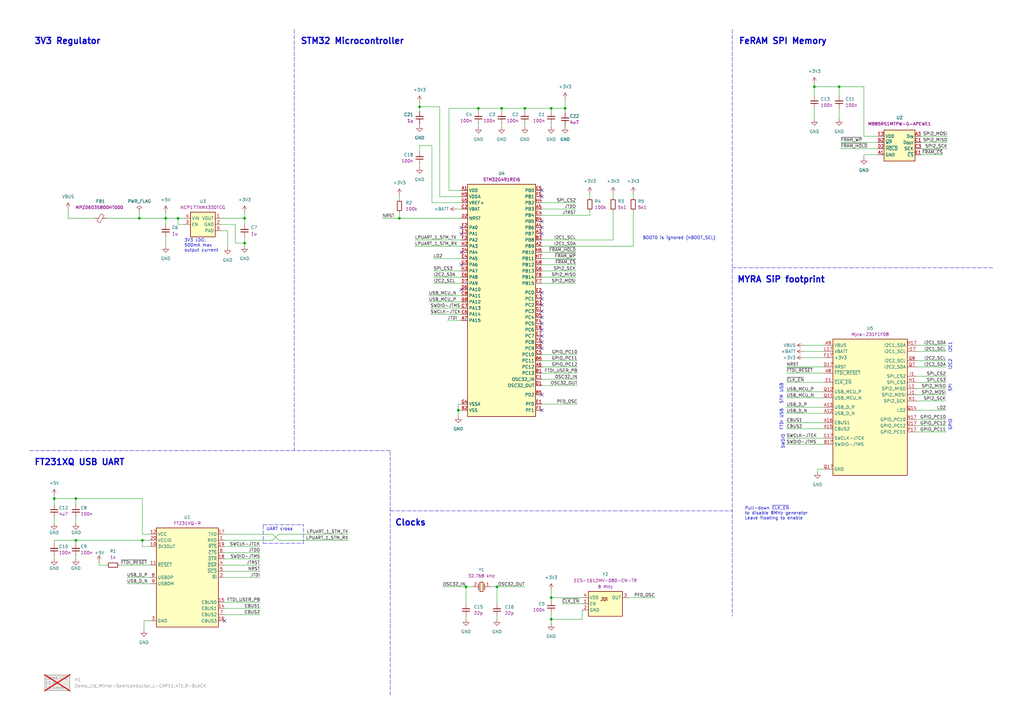
<source format=kicad_sch>
(kicad_sch (version 20230121) (generator eeschema)
  (paper "A3")
  (title_block (title "MYRA SiP") (date "2024-06-24") (rev "1.0.0") (company "Antmicro Ltd") (comment 1 "www.antmicro.com"))
  (junction (at 191.135 240.665))
  (junction (at 57.15 89.535))
  (junction (at 73.025 89.535))
  (junction (at 31.115 221.615))
  (junction (at 215.265 44.45))
  (junction (at 22.225 204.47))
  (junction (at 58.42 221.615))
  (junction (at 100.33 99.695))
  (junction (at 226.06 44.45))
  (junction (at 67.945 89.535))
  (junction (at 226.06 254))
  (junction (at 100.33 89.535))
  (junction (at 231.775 44.45))
  (junction (at 344.17 35.56))
  (junction (at 196.215 44.45))
  (junction (at 205.74 44.45))
  (junction (at 31.115 204.47))
  (junction (at 334.01 35.56))
  (junction (at 163.83 89.535))
  (junction (at 203.835 240.665))
  (junction (at 172.085 43.815))
  (junction (at 226.06 245.11))
  (junction (at 187.96 168.275))
  (no_connect (at 222.25 168.275))
  (no_connect (at 189.23 93.345))
  (no_connect (at 222.25 132.715))
  (no_connect (at 92.075 254.635))
  (no_connect (at 222.25 142.875))
  (no_connect (at 222.25 127.635))
  (no_connect (at 222.25 90.805))
  (no_connect (at 222.25 122.555))
  (no_connect (at 222.25 120.015))
  (no_connect (at 222.25 93.345))
  (no_connect (at 222.25 78.105))
  (no_connect (at 222.25 80.645))
  (no_connect (at 222.25 130.175))
  (no_connect (at 189.23 118.745))
  (no_connect (at 222.25 135.255))
  (no_connect (at 189.23 95.885))
  (no_connect (at 222.25 125.095))
  (no_connect (at 222.25 140.335))
  (no_connect (at 222.25 161.925))
  (no_connect (at 222.25 95.885))
  (no_connect (at 189.23 103.505))
  (no_connect (at 222.25 137.795))
  (no_connect (at 189.23 108.585))
  (wire (pts (xy 111.76 219.075) (xy 114.3 221.615)))
  (wire (pts (xy 329.565 144.145) (xy 337.82 144.145)))
  (wire (pts (xy 27.94 89.535) (xy 38.735 89.535)))
  (wire (pts (xy 236.22 106.045) (xy 222.25 106.045)))
  (wire (pts (xy 196.215 44.45) (xy 196.215 45.72)))
  (polyline (pts (xy 160.02 209.55) (xy 300.355 209.55)) (stroke (width 0) (type dash)))
  (wire (pts (xy 203.835 254) (xy 203.835 252.73)))
  (wire (pts (xy 184.15 44.45) (xy 184.15 78.105)))
  (wire (pts (xy 175.895 123.825) (xy 189.23 123.825)))
  (wire (pts (xy 187.96 165.735) (xy 189.23 165.735)))
  (wire (pts (xy 90.805 89.535) (xy 100.33 89.535)))
  (wire (pts (xy 106.68 252.095) (xy 92.075 252.095)))
  (wire (pts (xy 241.935 81.28) (xy 241.935 79.375)))
  (wire (pts (xy 226.06 44.45) (xy 226.06 45.72)))
  (wire (pts (xy 92.075 219.075) (xy 111.76 219.075)))
  (wire (pts (xy 59.055 254.635) (xy 59.055 258.445)))
  (wire (pts (xy 377.825 63.5) (xy 386.715 63.5)))
  (wire (pts (xy 222.25 100.965) (xy 259.715 100.965)))
  (wire (pts (xy 387.985 156.845) (xy 375.92 156.845)))
  (wire (pts (xy 100.33 97.155) (xy 100.33 99.695)))
  (wire (pts (xy 354.33 55.88) (xy 360.045 55.88)))
  (wire (pts (xy 334.01 34.29) (xy 334.01 35.56)))
  (polyline (pts (xy 12.065 184.785) (xy 160.02 184.785)) (stroke (width 0) (type dash)))
  (wire (pts (xy 236.855 150.495) (xy 222.25 150.495)))
  (wire (pts (xy 205.74 44.45) (xy 205.74 45.72)))
  (wire (pts (xy 322.58 153.035) (xy 337.82 153.035)))
  (wire (pts (xy 22.225 212.09) (xy 22.225 214.63)))
  (wire (pts (xy 259.715 79.375) (xy 259.715 81.28)))
  (wire (pts (xy 196.215 50.8) (xy 196.215 52.07)))
  (wire (pts (xy 22.225 227.965) (xy 22.225 229.235)))
  (wire (pts (xy 222.25 103.505) (xy 236.22 103.505)))
  (wire (pts (xy 387.985 164.465) (xy 375.92 164.465)))
  (wire (pts (xy 203.835 240.665) (xy 215.265 240.665)))
  (wire (pts (xy 67.945 89.535) (xy 67.945 92.075)))
  (wire (pts (xy 335.28 192.405) (xy 335.28 193.675)))
  (wire (pts (xy 226.06 245.11) (xy 226.06 246.38)))
  (wire (pts (xy 203.835 240.665) (xy 203.835 247.65)))
  (wire (pts (xy 251.46 79.375) (xy 251.46 81.28)))
  (wire (pts (xy 226.06 251.46) (xy 226.06 254)))
  (wire (pts (xy 67.945 86.995) (xy 67.945 89.535)))
  (wire (pts (xy 354.33 55.88) (xy 354.33 35.56)))
  (wire (pts (xy 92.075 229.235) (xy 106.68 229.235)))
  (wire (pts (xy 222.25 155.575) (xy 236.855 155.575)))
  (wire (pts (xy 189.23 168.275) (xy 187.96 168.275)))
  (wire (pts (xy 22.225 203.2) (xy 22.225 204.47)))
  (wire (pts (xy 387.985 161.925) (xy 375.92 161.925)))
  (wire (pts (xy 241.935 88.265) (xy 241.935 86.36)))
  (wire (pts (xy 73.025 89.535) (xy 75.565 89.535)))
  (wire (pts (xy 322.58 167.005) (xy 337.82 167.005)))
  (wire (pts (xy 222.25 158.115) (xy 236.855 158.115)))
  (wire (pts (xy 27.94 85.725) (xy 27.94 89.535)))
  (wire (pts (xy 31.115 221.615) (xy 58.42 221.615)))
  (wire (pts (xy 377.825 55.88) (xy 388.62 55.88)))
  (wire (pts (xy 375.92 150.495) (xy 387.985 150.495)))
  (wire (pts (xy 387.985 159.385) (xy 375.92 159.385)))
  (wire (pts (xy 114.3 219.075) (xy 142.875 219.075)))
  (wire (pts (xy 48.895 231.775) (xy 61.595 231.775)))
  (wire (pts (xy 344.17 35.56) (xy 344.17 39.37)))
  (wire (pts (xy 58.42 221.615) (xy 61.595 221.615)))
  (wire (pts (xy 322.58 182.245) (xy 337.82 182.245)))
  (polyline (pts (xy 120.65 12.065) (xy 120.65 184.785)) (stroke (width 0) (type dash)))
  (wire (pts (xy 67.945 89.535) (xy 73.025 89.535)))
  (wire (pts (xy 96.52 92.075) (xy 96.52 99.695)))
  (wire (pts (xy 22.225 204.47) (xy 31.115 204.47)))
  (wire (pts (xy 201.295 240.665) (xy 203.835 240.665)))
  (wire (pts (xy 189.23 80.645) (xy 180.34 80.645)))
  (wire (pts (xy 238.76 247.65) (xy 230.505 247.65)))
  (polyline (pts (xy 107.95 215.265) (xy 124.46 215.265)) (stroke (width 0) (type dash)))
  (wire (pts (xy 231.775 44.45) (xy 231.775 46.355)))
  (wire (pts (xy 172.085 50.8) (xy 172.085 51.435)))
  (wire (pts (xy 96.52 99.695) (xy 100.33 99.695)))
  (wire (pts (xy 90.805 92.075) (xy 96.52 92.075)))
  (wire (pts (xy 387.985 177.165) (xy 375.92 177.165)))
  (wire (pts (xy 215.265 50.8) (xy 215.265 52.07)))
  (wire (pts (xy 187.96 168.275) (xy 187.96 170.815)))
  (wire (pts (xy 172.085 59.69) (xy 177.165 59.69)))
  (wire (pts (xy 205.74 50.8) (xy 205.74 52.07)))
  (wire (pts (xy 231.775 52.07) (xy 231.775 51.435)))
  (wire (pts (xy 31.115 221.615) (xy 31.115 222.885)))
  (wire (pts (xy 57.15 86.995) (xy 57.15 89.535)))
  (wire (pts (xy 92.075 234.315) (xy 106.68 234.315)))
  (wire (pts (xy 387.985 172.085) (xy 375.92 172.085)))
  (wire (pts (xy 222.25 98.425) (xy 251.46 98.425)))
  (wire (pts (xy 93.345 94.615) (xy 90.805 94.615)))
  (wire (pts (xy 31.115 221.615) (xy 22.225 221.615)))
  (wire (pts (xy 100.33 86.995) (xy 100.33 89.535)))
  (wire (pts (xy 177.8 116.205) (xy 189.23 116.205)))
  (wire (pts (xy 322.58 150.495) (xy 337.82 150.495)))
  (wire (pts (xy 183.515 131.445) (xy 189.23 131.445)))
  (wire (pts (xy 337.82 160.655) (xy 322.58 160.655)))
  (wire (pts (xy 58.42 221.615) (xy 58.42 224.155)))
  (wire (pts (xy 22.225 221.615) (xy 22.225 222.885)))
  (wire (pts (xy 176.53 126.365) (xy 189.23 126.365)))
  (wire (pts (xy 170.18 100.965) (xy 189.23 100.965)))
  (wire (pts (xy 205.74 44.45) (xy 196.215 44.45)))
  (wire (pts (xy 163.83 80.01) (xy 163.83 81.915)))
  (wire (pts (xy 93.345 101.6) (xy 93.345 94.615)))
  (wire (pts (xy 236.22 108.585) (xy 222.25 108.585)))
  (wire (pts (xy 337.82 192.405) (xy 335.28 192.405)))
  (wire (pts (xy 40.64 230.505) (xy 40.64 231.775)))
  (wire (pts (xy 177.8 113.665) (xy 189.23 113.665)))
  (wire (pts (xy 226.06 50.8) (xy 226.06 52.07)))
  (wire (pts (xy 231.775 40.64) (xy 231.775 44.45)))
  (wire (pts (xy 226.06 241.935) (xy 226.06 245.11)))
  (wire (pts (xy 92.075 221.615) (xy 111.76 221.615)))
  (wire (pts (xy 387.985 174.625) (xy 375.92 174.625)))
  (wire (pts (xy 236.22 113.665) (xy 222.25 113.665)))
  (wire (pts (xy 172.085 68.58) (xy 172.085 67.31)))
  (wire (pts (xy 177.8 111.125) (xy 189.23 111.125)))
  (wire (pts (xy 354.33 63.5) (xy 360.045 63.5)))
  (wire (pts (xy 175.895 121.285) (xy 189.23 121.285)))
  (wire (pts (xy 215.265 44.45) (xy 215.265 45.72)))
  (wire (pts (xy 114.3 221.615) (xy 142.875 221.615)))
  (wire (pts (xy 222.25 153.035) (xy 236.855 153.035)))
  (wire (pts (xy 222.25 145.415) (xy 236.855 145.415)))
  (wire (pts (xy 156.845 89.535) (xy 163.83 89.535)))
  (wire (pts (xy 375.92 147.955) (xy 387.985 147.955)))
  (wire (pts (xy 52.07 236.855) (xy 61.595 236.855)))
  (wire (pts (xy 100.33 89.535) (xy 100.33 92.075)))
  (wire (pts (xy 354.33 64.77) (xy 354.33 63.5)))
  (wire (pts (xy 226.06 245.11) (xy 238.76 245.11)))
  (polyline (pts (xy 107.95 222.885) (xy 124.46 222.885)) (stroke (width 0) (type dash)))
  (polyline (pts (xy 124.46 222.885) (xy 124.46 215.265)) (stroke (width 0) (type dash)))
  (wire (pts (xy 322.58 169.545) (xy 337.82 169.545)))
  (wire (pts (xy 59.055 254.635) (xy 61.595 254.635)))
  (wire (pts (xy 236.855 165.735) (xy 222.25 165.735)))
  (wire (pts (xy 73.025 92.075) (xy 75.565 92.075)))
  (wire (pts (xy 344.805 58.42) (xy 360.045 58.42)))
  (wire (pts (xy 184.15 78.105) (xy 189.23 78.105)))
  (polyline (pts (xy 300.355 109.855) (xy 407.67 109.855)) (stroke (width 0) (type dash)))
  (wire (pts (xy 22.225 204.47) (xy 22.225 207.01)))
  (polyline (pts (xy 107.95 215.265) (xy 107.95 222.885)) (stroke (width 0) (type dash)))
  (wire (pts (xy 226.06 254) (xy 226.06 255.905)))
  (wire (pts (xy 375.92 168.275) (xy 387.985 168.275)))
  (wire (pts (xy 111.76 221.615) (xy 114.3 219.075)))
  (wire (pts (xy 177.8 106.045) (xy 189.23 106.045)))
  (wire (pts (xy 344.17 35.56) (xy 354.33 35.56)))
  (wire (pts (xy 31.115 204.47) (xy 58.42 204.47)))
  (wire (pts (xy 251.46 86.36) (xy 251.46 98.425)))
  (wire (pts (xy 31.115 212.09) (xy 31.115 214.63)))
  (wire (pts (xy 52.07 239.395) (xy 61.595 239.395)))
  (wire (pts (xy 334.01 44.45) (xy 334.01 48.895)))
  (wire (pts (xy 92.075 231.775) (xy 106.68 231.775)))
  (wire (pts (xy 184.15 44.45) (xy 196.215 44.45)))
  (wire (pts (xy 329.565 141.605) (xy 337.82 141.605)))
  (wire (pts (xy 322.58 156.845) (xy 337.82 156.845)))
  (wire (pts (xy 67.945 97.155) (xy 67.945 100.965)))
  (wire (pts (xy 92.075 226.695) (xy 106.68 226.695)))
  (wire (pts (xy 172.085 62.23) (xy 172.085 59.69)))
  (wire (pts (xy 322.58 173.355) (xy 337.82 173.355)))
  (wire (pts (xy 222.25 111.125) (xy 236.22 111.125)))
  (wire (pts (xy 57.15 89.535) (xy 67.945 89.535)))
  (wire (pts (xy 163.83 89.535) (xy 163.83 86.995)))
  (wire (pts (xy 215.265 44.45) (xy 205.74 44.45)))
  (wire (pts (xy 92.075 224.155) (xy 106.68 224.155)))
  (wire (pts (xy 170.18 98.425) (xy 189.23 98.425)))
  (wire (pts (xy 176.53 128.905) (xy 189.23 128.905)))
  (wire (pts (xy 337.82 163.195) (xy 322.58 163.195)))
  (wire (pts (xy 238.76 254) (xy 238.76 250.19)))
  (wire (pts (xy 226.06 254) (xy 238.76 254)))
  (wire (pts (xy 337.82 146.685) (xy 329.565 146.685)))
  (wire (pts (xy 231.775 44.45) (xy 226.06 44.45)))
  (wire (pts (xy 40.64 231.775) (xy 43.815 231.775)))
  (wire (pts (xy 387.985 154.305) (xy 375.92 154.305)))
  (wire (pts (xy 58.42 204.47) (xy 58.42 219.075)))
  (wire (pts (xy 226.06 44.45) (xy 215.265 44.45)))
  (wire (pts (xy 222.25 85.725) (xy 236.22 85.725)))
  (wire (pts (xy 43.815 89.535) (xy 57.15 89.535)))
  (wire (pts (xy 187.325 85.725) (xy 189.23 85.725)))
  (wire (pts (xy 334.01 35.56) (xy 334.01 39.37)))
  (wire (pts (xy 259.715 86.36) (xy 259.715 100.965)))
  (wire (pts (xy 222.25 147.955) (xy 236.855 147.955)))
  (wire (pts (xy 58.42 219.075) (xy 61.595 219.075)))
  (wire (pts (xy 100.33 99.695) (xy 100.33 100.965)))
  (wire (pts (xy 222.25 88.265) (xy 241.935 88.265)))
  (wire (pts (xy 58.42 224.155) (xy 61.595 224.155)))
  (wire (pts (xy 222.25 116.205) (xy 236.22 116.205)))
  (wire (pts (xy 322.58 179.705) (xy 337.82 179.705)))
  (wire (pts (xy 31.115 207.01) (xy 31.115 204.47)))
  (wire (pts (xy 257.81 245.11) (xy 268.605 245.11)))
  (wire (pts (xy 172.085 43.815) (xy 172.085 45.72)))
  (wire (pts (xy 181.61 240.665) (xy 191.135 240.665)))
  (wire (pts (xy 322.58 175.895) (xy 337.82 175.895)))
  (polyline (pts (xy 300.355 12.065) (xy 300.355 252.73)) (stroke (width 0) (type dash)))
  (wire (pts (xy 377.825 60.96) (xy 388.62 60.96)))
  (wire (pts (xy 222.25 83.185) (xy 236.22 83.185)))
  (wire (pts (xy 191.135 240.665) (xy 191.135 247.65)))
  (wire (pts (xy 92.075 247.015) (xy 106.68 247.015)))
  (wire (pts (xy 334.01 35.56) (xy 344.17 35.56)))
  (wire (pts (xy 191.135 240.665) (xy 193.675 240.665)))
  (wire (pts (xy 377.825 58.42) (xy 388.62 58.42)))
  (wire (pts (xy 375.92 141.605) (xy 387.985 141.605)))
  (wire (pts (xy 163.83 89.535) (xy 189.23 89.535)))
  (wire (pts (xy 180.34 43.815) (xy 180.34 80.645)))
  (wire (pts (xy 177.165 83.185) (xy 189.23 83.185)))
  (wire (pts (xy 187.96 168.275) (xy 187.96 165.735)))
  (wire (pts (xy 344.17 44.45) (xy 344.17 48.895)))
  (wire (pts (xy 172.085 41.91) (xy 172.085 43.815)))
  (wire (pts (xy 375.92 144.145) (xy 387.985 144.145)))
  (wire (pts (xy 31.115 227.965) (xy 31.115 229.235)))
  (wire (pts (xy 106.68 249.555) (xy 92.075 249.555)))
  (wire (pts (xy 177.165 59.69) (xy 177.165 83.185)))
  (wire (pts (xy 73.025 89.535) (xy 73.025 92.075)))
  (wire (pts (xy 344.805 60.96) (xy 360.045 60.96)))
  (wire (pts (xy 92.075 236.855) (xy 106.68 236.855)))
  (wire (pts (xy 191.135 254) (xy 191.135 252.73)))
  (polyline (pts (xy 160.02 285.115) (xy 160.02 184.785)) (stroke (width 0) (type dash)))
  (wire (pts (xy 172.085 43.815) (xy 180.34 43.815)))
  (text "Clocks\n" (at 161.925 215.9 0) (effects (font (size 2.5 2.5) (thickness 0.5) bold) (justify left bottom)))
  (text "UART cross" (at 109.22 217.805 0) (effects (font (size 1.27 1.27)) (justify left bottom)))
  (text "FT231XQ USB UART" (at 13.97 191.135 0) (effects (font (size 2.5 2.5) (thickness 0.5) bold) (justify left bottom)))
  (text "GPIO" (at 390.525 176.53 90) (effects (font (size 1.27 1.27)) (justify left bottom)))
  (text "STM USB" (at 321.31 165.735 90) (effects (font (size 1.27 1.27)) (justify left bottom)))
  (text "FTDI USB" (at 321.31 176.53 90) (effects (font (size 1.27 1.27)) (justify left bottom)))
  (text "3V3 LDO,\n500mA max \noutput current" (at 75.565 103.505 0) (effects (font (size 1.27 1.27)) (justify left bottom)))
  (text "I2C1" (at 390.525 144.78 90) (effects (font (size 1.27 1.27)) (justify left bottom)))
  (text "FeRAM SPI Memory" (at 302.895 18.415 0) (effects (font (size 2.5 2.5) (thickness 0.5) bold) (justify left bottom)))
  (text "SWDIO" (at 321.945 184.15 90) (effects (font (size 1.27 1.27)) (justify left bottom)))
  (text "SPI" (at 390.525 157.48 90) (effects (font (size 1.27 1.27)) (justify right bottom)))
  (text "Pull-down ~{CLK_EN}\nto disable 8MHz generator\nLeave floating to enable" (at 305.435 213.36 0) (effects (font (size 1.27 1.27)) (justify left bottom)))
  (text "MYRA SiP footprint" (at 302.26 116.205 0) (effects (font (size 2.5 2.5) (thickness 0.5) bold) (justify left bottom)))
  (text "3V3 Regulator" (at 13.97 18.415 0) (effects (font (size 2.5 2.5) (thickness 0.5) bold) (justify left bottom)))
  (text "I2C2" (at 390.525 151.765 90) (effects (font (size 1.27 1.27)) (justify left bottom)))
  (text "BOOT0 is ignored (nBOOT_SEL)" (at 263.525 98.425 0) (effects (font (size 1.27 1.27)) (justify left bottom)))
  (text "STM32 Microcontroller" (at 123.19 18.415 0) (effects (font (size 2.5 2.5) (thickness 0.5) bold) (justify left bottom)))
  (label "GPIO_PC10" (at 236.855 145.415 180))
  (label "~{FRAM_HOLD}" (at 344.805 60.96 0))
  (label "NRST" (at 156.845 89.535 0))
  (label "~{FRAM_HOLD}" (at 236.22 103.505 180))
  (label "SPI_CS2" (at 236.22 83.185 180))
  (label "JTDI" (at 183.515 131.445 0))
  (label "JTDI" (at 106.68 236.855 180))
  (label "SWDIO-JTMS" (at 322.58 182.245 0))
  (label "USB_D_P" (at 322.58 167.005 0))
  (label "LD2" (at 387.985 168.275 180))
  (label "SPI2_SCK" (at 236.22 111.125 180))
  (label "I2C1_SCL" (at 387.985 144.145 180))
  (label "OSC32_OUT" (at 236.855 158.115 180))
  (label "I2C1_SDA" (at 387.985 141.605 180))
  (label "USB_MCU_P" (at 175.895 123.825 0))
  (label "SPI_CS3" (at 387.985 156.845 180))
  (label "USB_MCU_N" (at 175.895 121.285 0))
  (label "~{FRAM_WP}" (at 344.805 58.42 0))
  (label "FTDI_USER_PB" (at 236.855 153.035 180))
  (label "SPI2_MISO" (at 236.22 113.665 180))
  (label "~{FRAM_CS}" (at 236.22 108.585 180))
  (label "GPIO_PC12" (at 236.855 150.495 180))
  (label "~{CLK_EN}" (at 322.58 156.845 0))
  (label "GPIO_PC11" (at 387.985 177.165 180))
  (label "GPIO_PC11" (at 236.855 147.955 180))
  (label "PF0_OSC" (at 268.605 245.11 180))
  (label "USB_MCU_N" (at 322.58 163.195 0))
  (label "NRST" (at 106.68 234.315 180))
  (label "I2C1_SDA" (at 236.22 100.965 180))
  (label "SWCLK-JTCK" (at 106.68 224.155 180))
  (label "SPI2_MISO" (at 387.985 159.385 180))
  (label "JTRST" (at 236.22 88.265 180))
  (label "~{FRAM_CS}" (at 386.715 63.5 180))
  (label "SPI2_MOSI" (at 388.62 55.88 180))
  (label "I2C2_SDA" (at 387.985 150.495 180))
  (label "SPI2_MISO" (at 388.62 58.42 180))
  (label "NRST" (at 322.58 150.495 0))
  (label "~{FTDI_RESET}" (at 49.53 231.775 0))
  (label "CBUS2" (at 322.58 175.895 0))
  (label "CBUS1" (at 106.68 249.555 180))
  (label "I2C2_SDA" (at 177.8 113.665 0))
  (label "~{FTDI_RESET}" (at 322.58 153.035 0))
  (label "I2C1_SCL" (at 236.22 98.425 180))
  (label "SPI_CS2" (at 387.985 154.305 180))
  (label "LPUART_1_STM_RX" (at 142.875 221.615 180))
  (label "USB_D_N" (at 52.07 239.395 0))
  (label "SPI2_MOSI" (at 236.22 116.205 180))
  (label "~{FRAM_WP}" (at 236.22 106.045 180))
  (label "LPUART_1_STM_RX" (at 170.18 100.965 0))
  (label "SWCLK-JTCK" (at 176.53 128.905 0))
  (label "USB_D_N" (at 322.58 169.545 0))
  (label "FTDI_USER_PB" (at 106.68 247.015 180))
  (label "GPIO_PC12" (at 387.985 174.625 180))
  (label "I2C2_SCL" (at 387.985 147.955 180))
  (label "JTDO" (at 236.22 85.725 180))
  (label "~{CLK_EN}" (at 230.505 247.65 0))
  (label "SPI2_SCK" (at 387.985 164.465 180))
  (label "LD2" (at 177.8 106.045 0))
  (label "CBUS1" (at 322.58 173.355 0))
  (label "USB_D_P" (at 52.07 236.855 0))
  (label "I2C2_SCL" (at 177.8 116.205 0))
  (label "SWDIO-JTMS" (at 106.68 229.235 180))
  (label "JTDO" (at 106.68 226.695 180))
  (label "OSC32_OUT" (at 215.265 240.665 180))
  (label "OSC32_IN" (at 181.61 240.665 0))
  (label "LPUART_1_STM_TX" (at 170.18 98.425 0))
  (label "USB_MCU_P" (at 322.58 160.655 0))
  (label "SPI2_MOSI" (at 387.985 161.925 180))
  (label "SWCLK-JTCK" (at 322.58 179.705 0))
  (label "CBUS2" (at 106.68 252.095 180))
  (label "OSC32_IN" (at 236.855 155.575 180))
  (label "SPI_CS3" (at 177.8 111.125 0))
  (label "JTRST" (at 106.68 231.775 180))
  (label "LPUART_1_STM_TX" (at 142.875 219.075 180))
  (label "GPIO_PC10" (at 387.985 172.085 180))
  (label "SPI2_SCK" (at 388.62 60.96 180))
  (label "SWDIO-JTMS" (at 176.53 126.365 0))
  (label "PF0_OSC" (at 236.855 165.735 180))
  (symbol (lib_id "antmicropower:+5V") (at 40.64 230.505 0) (unit 1)
    (property "Reference" "#PWR09" (effects hide))
    (property "Value" "+5V" (at 38.735 226.695 0) (effects (justify left)))
    (property "Author" "Antmicro" (effects hide))
    (property "License" "Apache-2.0" (effects hide))
  )
  (symbol (lib_id "antmicropower:+3V3") (at 163.83 80.01 0) (unit 1)
    (property "Reference" "#PWR030" (effects hide))
    (property "Value" "+3V3" (at 163.83 74.93 0))
    (property "Author" "Antmicro" (effects hide))
    (property "License" "Apache-2.0" (effects hide))
  )
  (symbol (lib_id "antmicropower:GND") (at 354.33 64.77 0) (unit 1)
    (property "Reference" "#PWR031" (effects hide))
    (property "Value" "GND" (at 354.33 69.85 0))
    (property "Author" "Antmicro" (effects hide))
    (property "License" "Apache-2.0" (effects hide))
  )
  (symbol (lib_id "antmicropower:GND") (at 187.96 170.815 0) (unit 1)
    (property "Reference" "#PWR014" (effects hide))
    (property "Value" "GND" (at 187.96 175.895 0))
    (property "Author" "Antmicro" (effects hide))
    (property "License" "Apache-2.0" (effects hide))
  )
  (symbol (lib_id "antmicropower:+5V") (at 67.945 86.995 0) (unit 1)
    (property "Reference" "#PWR01" (effects hide))
    (property "Value" "+5V" (at 67.945 81.915 0))
    (property "Author" "Antmicro" (effects hide))
    (property "License" "Apache-2.0" (effects hide))
  )
  (symbol (lib_id "antmicroCapacitorsmisc:C_100n_0201") (at 22.225 227.965 270) (mirror x) (unit 1)
    (property "Reference" "C10" (at 24.13 224.155 90) (effects (justify left)))
    (property "Value" "C_100n_0201" (effects hide))
    (property "Footprint" "antmicro-footprints:C_0201" (effects hide))
    (property "Datasheet" "https://www.yageo.com/en/Chart/Download/pdf/CC0201KRX6S5BB104" (effects hide))
    (property "MPN" "CC0201KRX6S5BB104" (effects hide))
    (property "Manufacturer" "YAGEO" (effects hide))
    (property "License" "Apache-2.0" (effects hide))
    (property "Author" "Antmicro" (effects hide))
    (property "Val" "100n" (at 24.13 226.695 90) (effects (justify left)))
    (property "Public" "False" (effects hide))
  )
  (symbol (lib_id "antmicroCapacitorsmisc:C_100n_0201") (at 196.215 50.8 270) (mirror x) (unit 1)
    (property "Reference" "C4" (at 193.675 46.9836 90) (effects (justify right)))
    (property "Value" "C_100n_0201" (effects hide))
    (property "Footprint" "antmicro-footprints:C_0201" (effects hide))
    (property "Datasheet" "https://www.yageo.com/en/Chart/Download/pdf/CC0201KRX6S5BB104" (effects hide))
    (property "MPN" "CC0201KRX6S5BB104" (effects hide))
    (property "Manufacturer" "YAGEO" (effects hide))
    (property "License" "Apache-2.0" (effects hide))
    (property "Author" "Antmicro" (effects hide))
    (property "Val" "100n" (at 193.675 49.5236 90) (effects (justify right)))
    (property "Public" "False" (effects hide))
  )
  (symbol (lib_id "antmicroCapacitorsmisc:C_1u_0201_16V") (at 172.085 50.8 270) (mirror x) (unit 1)
    (property "Reference" "C21" (at 169.545 46.9836 90) (effects (justify right)))
    (property "Value" "C_1u_0201" (effects hide))
    (property "Footprint" "antmicro-footprints:C_0201" (effects hide))
    (property "Datasheet" "https://www.murata.com/products/productdetail?partno=GRM033R61C105ME15%23" (effects hide))
    (property "MPN" "GRM033R61C105ME15D" (effects hide))
    (property "Manufacturer" "Murata" (effects hide))
    (property "License" "Apache-2.0" (effects hide))
    (property "Author" "Antmicro" (effects hide))
    (property "Val" "1u" (at 169.545 49.5236 90) (effects (justify right)))
    (property "Voltage" "16V" (effects hide))
    (property "Dielectric" "X5R" (effects hide))
    (property "Public" "False" (effects hide))
  )
  (symbol (lib_id "antmicropower:GND") (at 203.835 254 0) (unit 1)
    (property "Reference" "#PWR028" (effects hide))
    (property "Value" "GND" (at 203.835 259.08 0))
    (property "Author" "Antmicro" (effects hide))
    (property "License" "Apache-2.0" (effects hide))
  )
  (symbol (lib_id "antmicropower:GND") (at 172.085 51.435 0) (mirror y) (unit 1)
    (property "Reference" "#PWR038" (effects hide))
    (property "Value" "GND" (at 172.085 56.515 0))
    (property "Author" "Antmicro" (effects hide))
    (property "License" "Apache-2.0" (effects hide))
  )
  (symbol (lib_id "antmicropower:GND") (at 191.135 254 0) (unit 1)
    (property "Reference" "#PWR029" (effects hide))
    (property "Value" "GND" (at 191.135 259.08 0))
    (property "Author" "Antmicro" (effects hide))
    (property "License" "Apache-2.0" (effects hide))
  )
  (symbol (lib_id "antmicropower:+3V3") (at 334.01 34.29 0) (unit 1)
    (property "Reference" "#PWR032" (effects hide))
    (property "Value" "+3V3" (at 334.01 29.21 0))
    (property "Author" "Antmicro" (effects hide))
    (property "License" "Apache-2.0" (effects hide))
  )
  (symbol (lib_id "antmicroOscillators:Oscillator_8MHz_ECS_1612MV") (at 238.76 245.11 0) (unit 1)
    (property "Reference" "Y2" (at 248.285 235.585 0))
    (property "Value" "Oscillator_8MHz_ECS_1612MV" (effects hide))
    (property "Footprint" "antmicro-footprints:Oscillator_SMD_ECS_1612MV_1.6x1.2x0.6mm" (effects hide))
    (property "Datasheet" "https://ecsxtal.com/store/pdf/ECS-1612MV.pdf" (effects hide))
    (property "MPN" "ECS-1612MV-080-CN-TR" (at 248.285 238.125 0))
    (property "Manufacturer" "ECS Inc. International" (effects hide))
    (property "Val" "8 MHz" (at 248.285 240.665 0))
    (property "Author" "Antmicro" (effects hide))
    (property "License" "Apache-2.0" (effects hide))
    (property "Public" "False" (effects hide))
  )
  (symbol (lib_id "antmicropower:GND") (at 22.225 214.63 0) (unit 1)
    (property "Reference" "#PWR07" (effects hide))
    (property "Value" "GND" (at 22.225 218.44 0))
    (property "Author" "Antmicro" (effects hide))
    (property "License" "Apache-2.0" (effects hide))
  )
  (symbol (lib_id "antmicropower:+3V3") (at 226.06 241.935 0) (unit 1)
    (property "Reference" "#PWR019" (effects hide))
    (property "Value" "+3V3" (at 226.06 236.855 0))
    (property "Author" "Antmicro" (effects hide))
    (property "License" "Apache-2.0" (effects hide))
  )
  (symbol (lib_id "antmicropower:+3V3") (at 172.085 41.91 0) (unit 1)
    (property "Reference" "#PWR039" (effects hide))
    (property "Value" "+3V3" (at 172.085 36.83 0))
    (property "Author" "Antmicro" (effects hide))
    (property "License" "Apache-2.0" (effects hide))
  )
  (symbol (lib_id "antmicropower:GND") (at 196.215 52.07 0) (mirror y) (unit 1)
    (property "Reference" "#PWR015" (effects hide))
    (property "Value" "GND" (at 196.215 57.15 0))
    (property "Author" "Antmicro" (effects hide))
    (property "License" "Apache-2.0" (effects hide))
  )
  (symbol (lib_id "antmicroCapacitorsmisc:C_22p_0201") (at 203.835 252.73 90) (unit 1)
    (property "Reference" "C16" (at 207.01 248.9136 90) (effects (justify right)))
    (property "Value" "C_22p_0201" (effects hide))
    (property "Footprint" "antmicro-footprints:C_0201" (effects hide))
    (property "Datasheet" "https://search.murata.co.jp/Ceramy/image/img/A01X/G101/ENG/GJM0335C1E220JB01-29A.pdf" (effects hide))
    (property "License" "Apache-2.0" (effects hide))
    (property "Author" "Antmicro" (effects hide))
    (property "MPN" "GJM0335C1E220JB01D" (effects hide))
    (property "Manufacturer" "Murata" (effects hide))
    (property "Val" "22p" (at 207.01 251.4536 90) (effects (justify right)))
    (property "Voltage" "25V" (effects hide))
    (property "Dielectric" "NP0" (effects hide))
    (property "Public" "False" (effects hide))
  )
  (symbol (lib_id "antmicropower:VBUS") (at 329.565 141.605 90) (unit 1)
    (property "Reference" "#PWR027" (effects hide))
    (property "Value" "VBUS" (at 323.85 141.605 90))
  )
  (symbol (lib_id "antmicroModules:Myra-231F1F08_CUSTOM_mirrored") (at 337.82 141.605 0) (unit 1) (in_bom no)
    (property "Reference" "U5" (at 356.87 134.62 0))
    (property "Value" "Myra-231F1F08_CUSTOM_mirrored" (effects hide))
    (property "Footprint" "antmicro-footprints:LGA-64_11.4x11.4mm_Myra-mirrored-package" (effects hide))
    (property "MPN" "Myra-231F1F08" (at 356.87 137.16 0))
    (property "Manufacturer" "Antmicro" (effects hide))
    (property "Author" "Antmicro" (effects hide))
    (property "License" "Apache-2.0" (effects hide))
    (property "GitHub" "https://github.com/antmicro/myra-sip " (effects hide))
  )
  (symbol (lib_id "antmicroCapacitorsmisc:C_100n_0201") (at 215.265 50.8 270) (mirror x) (unit 1)
    (property "Reference" "C2" (at 212.725 46.9836 90) (effects (justify right)))
    (property "Value" "C_100n_0201" (effects hide))
    (property "Footprint" "antmicro-footprints:C_0201" (effects hide))
    (property "Datasheet" "https://www.yageo.com/en/Chart/Download/pdf/CC0201KRX6S5BB104" (effects hide))
    (property "MPN" "CC0201KRX6S5BB104" (effects hide))
    (property "Manufacturer" "YAGEO" (effects hide))
    (property "License" "Apache-2.0" (effects hide))
    (property "Author" "Antmicro" (effects hide))
    (property "Val" "100n" (at 212.725 49.5236 90) (effects (justify right)))
    (property "Public" "False" (effects hide))
  )
  (symbol (lib_id "antmicropower:GND") (at 335.28 193.675 0) (mirror y) (unit 1)
    (property "Reference" "#PWR036" (effects hide))
    (property "Value" "GND" (at 335.28 198.755 0))
    (property "Author" "Antmicro" (effects hide))
    (property "License" "Apache-2.0" (effects hide))
  )
  (symbol (lib_id "antmicroResonators:Resonator_32.768kHz_ECX-1210") (at 201.295 240.665 180) (unit 1)
    (property "Reference" "Y1" (at 197.485 233.68 0))
    (property "Value" "Resonator_32.768kHz_ECX-1210" (effects hide))
    (property "Footprint" "antmicro-footprints:Resonator_SMD_ECS_ECX-1210_1.2x1x0.5mm" (effects hide))
    (property "Datasheet" "https://ecsxtal.com/store/pdf/ECX-1210.pdf" (effects hide))
    (property "MPN" "ECS-.327-12.5-1210-TR" (effects hide))
    (property "Manufacturer" "ECS Inc. International" (effects hide))
    (property "Val" "32.768 kHz" (at 197.485 236.22 0))
    (property "Author" "Antmicro" (effects hide))
    (property "License" "Apache-2.0" (effects hide))
    (property "Public" "False" (effects hide))
  )
  (symbol (lib_id "antmicroCapacitorsmisc:C_1u_0201_16V") (at 100.33 97.155 90) (unit 1)
    (property "Reference" "C7" (at 102.87 93.3386 90) (effects (justify right)))
    (property "Value" "C_1u_0201" (effects hide))
    (property "Footprint" "antmicro-footprints:C_0201" (effects hide))
    (property "Datasheet" "https://www.murata.com/products/productdetail?partno=GRM033R61C105ME15%23" (effects hide))
    (property "MPN" "GRM033R61C105ME15D" (effects hide))
    (property "Manufacturer" "Murata" (effects hide))
    (property "License" "Apache-2.0" (effects hide))
    (property "Author" "Antmicro" (effects hide))
    (property "Val" "1u" (at 102.87 95.8786 90) (effects (justify right)))
    (property "Voltage" "16V" (effects hide))
    (property "Dielectric" "X5R" (effects hide))
    (property "Public" "False" (effects hide))
  )
  (symbol (lib_id "antmicroCapacitorsmisc:C_22p_0201") (at 191.135 252.73 90) (unit 1)
    (property "Reference" "C15" (at 194.31 248.9136 90) (effects (justify right)))
    (property "Value" "C_22p_0201" (effects hide))
    (property "Footprint" "antmicro-footprints:C_0201" (effects hide))
    (property "Datasheet" "https://search.murata.co.jp/Ceramy/image/img/A01X/G101/ENG/GJM0335C1E220JB01-29A.pdf" (effects hide))
    (property "License" "Apache-2.0" (effects hide))
    (property "Author" "Antmicro" (effects hide))
    (property "MPN" "GJM0335C1E220JB01D" (effects hide))
    (property "Manufacturer" "Murata" (effects hide))
    (property "Val" "22p" (at 194.31 251.4536 90) (effects (justify right)))
    (property "Voltage" "25V" (effects hide))
    (property "Dielectric" "NP0" (effects hide))
    (property "Public" "False" (effects hide))
  )
  (symbol (lib_id "antmicropower:GND") (at 334.01 48.895 0) (unit 1)
    (property "Reference" "#PWR025" (effects hide))
    (property "Value" "GND" (at 334.01 53.975 0))
    (property "Author" "Antmicro" (effects hide))
    (property "License" "Apache-2.0" (effects hide))
  )
  (symbol (lib_id "antmicropower:GND") (at 100.33 100.965 0) (unit 1)
    (property "Reference" "#PWR06" (effects hide))
    (property "Value" "GND" (at 100.33 106.045 0))
    (property "Author" "Antmicro" (effects hide))
    (property "License" "Apache-2.0" (effects hide))
  )
  (symbol (lib_id "antmicroMicrocontrollers:STM32G491REI6") (at 189.23 78.105 0) (unit 1)
    (property "Reference" "U4" (at 205.74 71.12 0))
    (property "Value" "STM32G491REI6" (effects hide))
    (property "Footprint" "antmicro-footprints:BGA-64_5x5mm_Layout8x8_P0.5mm_Ball0.255mm" (effects hide))
    (property "Datasheet" "https://www.st.com/resource/en/datasheet/stm32g491RE.pdf" (effects hide))
    (property "MPN" "STM32G491REI6" (at 205.74 73.66 0))
    (property "Manufacturer" "STMicroelectronics" (effects hide))
    (property "License" "Apache-2.0" (effects hide))
    (property "Author" "Antmicro" (effects hide))
    (pin "D1" (alternate "OSC32_OUT"))
    (pin "C1" (alternate "OSC32_IN"))
  )
  (symbol (lib_id "antmicroCapacitorsmisc:C_100n_0201") (at 334.01 44.45 90) (unit 1)
    (property "Reference" "C13" (at 336.55 40.6336 90) (effects (justify right)))
    (property "Value" "C_100n_0201" (effects hide))
    (property "Footprint" "antmicro-footprints:C_0201" (effects hide))
    (property "Datasheet" "https://www.yageo.com/en/Chart/Download/pdf/CC0201KRX6S5BB104" (effects hide))
    (property "MPN" "CC0201KRX6S5BB104" (effects hide))
    (property "Manufacturer" "YAGEO" (effects hide))
    (property "License" "Apache-2.0" (effects hide))
    (property "Author" "Antmicro" (effects hide))
    (property "Val" "100n" (at 336.55 43.1736 90) (effects (justify right)))
    (property "Public" "False" (effects hide))
  )
  (symbol (lib_id "antmicropower:GND") (at 67.945 100.965 0) (unit 1)
    (property "Reference" "#PWR02" (effects hide))
    (property "Value" "GND" (at 67.945 106.045 0))
    (property "Author" "Antmicro" (effects hide))
    (property "License" "Apache-2.0" (effects hide))
  )
  (symbol (lib_id "antmicropower:GND") (at 215.265 52.07 0) (mirror y) (unit 1)
    (property "Reference" "#PWR017" (effects hide))
    (property "Value" "GND" (at 215.265 57.15 0))
    (property "Author" "Antmicro" (effects hide))
    (property "License" "Apache-2.0" (effects hide))
  )
  (symbol (lib_id "antmicroResistorsmisc:R_5k1_0201") (at 259.715 86.36 90) (unit 1)
    (property "Reference" "R5" (at 261.62 82.55 90) (effects (justify right)))
    (property "Value" "R_5k1_0201" (effects hide))
    (property "Footprint" "antmicro-footprints:R_0201" (effects hide))
    (property "Datasheet" "https://www.yageo.com/upload/media/product/products/datasheet/rchip/PYu-RC_Group_51_RoHS_L_12.pdf" (effects hide))
    (property "MPN" "RC0201FR-075K1L" (effects hide))
    (property "Manufacturer" "YAGEO" (effects hide))
    (property "License" "Apache-2.0" (effects hide))
    (property "Author" "Antmicro" (effects hide))
    (property "Val" "5k1" (at 261.62 85.09 90) (effects (justify right)))
    (property "Tolerance" "1%" (effects hide))
    (property "Public" "False" (effects hide))
  )
  (symbol (lib_id "antmicropower:GND") (at 172.085 68.58 0) (mirror y) (unit 1)
    (property "Reference" "#PWR035" (effects hide))
    (property "Value" "GND" (at 172.085 73.66 0))
    (property "Author" "Antmicro" (effects hide))
    (property "License" "Apache-2.0" (effects hide))
  )
  (symbol (lib_id "antmicroResistorsmisc:R_100k_0201") (at 241.935 86.36 90) (unit 1)
    (property "Reference" "R4" (at 243.84 82.55 90) (effects (justify right)))
    (property "Value" "R_100k_0201" (effects hide))
    (property "Footprint" "antmicro-footprints:R_0201" (effects hide))
    (property "Datasheet" "https://www.bourns.com/docs/product-datasheets/cr.pdf" (effects hide))
    (property "MPN" "CR0201-FX-1003GLF" (effects hide))
    (property "Manufacturer" "Bourns" (effects hide))
    (property "License" "Apache-2.0" (effects hide))
    (property "Author" "Antmicro" (effects hide))
    (property "Val" "100k" (at 243.84 85.09 90) (effects (justify right)))
    (property "Tolerance" "1%" (effects hide))
    (property "Public" "False" (effects hide))
  )
  (symbol (lib_id "antmicropower:+3V3") (at 231.775 40.64 0) (unit 1)
    (property "Reference" "#PWR013" (effects hide))
    (property "Value" "+3V3" (at 231.775 35.56 0))
    (property "Author" "Antmicro" (effects hide))
    (property "License" "Apache-2.0" (effects hide))
  )
  (symbol (lib_id "antmicropower:+BATT") (at 329.565 144.145 90) (unit 1)
    (property "Reference" "#PWR042" (effects hide))
    (property "Value" "+BATT" (at 326.39 144.145 90) (effects (justify left)))
  )
  (symbol (lib_id "antmicroFerriteBeadsandChips:FB_80Z_1.2A_0201") (at 38.735 89.535 0) (unit 1)
    (property "Reference" "FB1" (at 41.2369 82.55 0))
    (property "Value" "FB_80Z_1.2A_0201" (effects hide))
    (property "Footprint" "antmicro-footprints:FB_0201_0603Metric" (effects hide))
    (property "Datasheet" "https://product.tdk.com/system/files/dam/doc/product/emc/emc/beads/catalog/beads_commercial_power_mpz0603-h_en.pdf" (effects hide))
    (property "MPN" "MPZ0603S800HT000 " (at 41.2369 85.09 0))
    (property "Manufacturer" "TDK" (effects hide))
    (property "Author" "Antmicro" (effects hide))
    (property "License" "Apache-2.0" (effects hide))
  )
  (symbol (lib_id "antmicroCapacitorsmisc:C_100n_0201") (at 226.06 50.8 270) (mirror x) (unit 1)
    (property "Reference" "C1" (at 223.52 46.9836 90) (effects (justify right)))
    (property "Value" "C_100n_0201" (effects hide))
    (property "Footprint" "antmicro-footprints:C_0201" (effects hide))
    (property "Datasheet" "https://www.yageo.com/en/Chart/Download/pdf/CC0201KRX6S5BB104" (effects hide))
    (property "MPN" "CC0201KRX6S5BB104" (effects hide))
    (property "Manufacturer" "YAGEO" (effects hide))
    (property "License" "Apache-2.0" (effects hide))
    (property "Author" "Antmicro" (effects hide))
    (property "Val" "100n" (at 223.52 49.5236 90) (effects (justify right)))
    (property "Public" "False" (effects hide))
  )
  (symbol (lib_id "antmicroCapacitorsmisc:C_100n_0201") (at 31.115 227.965 270) (mirror x) (unit 1)
    (property "Reference" "C9" (at 33.02 224.155 90) (effects (justify left)))
    (property "Value" "C_100n_0201" (effects hide))
    (property "Footprint" "antmicro-footprints:C_0201" (effects hide))
    (property "Datasheet" "https://www.yageo.com/en/Chart/Download/pdf/CC0201KRX6S5BB104" (effects hide))
    (property "MPN" "CC0201KRX6S5BB104" (effects hide))
    (property "Manufacturer" "YAGEO" (effects hide))
    (property "License" "Apache-2.0" (effects hide))
    (property "Author" "Antmicro" (effects hide))
    (property "Val" "100n" (at 33.02 226.695 90) (effects (justify left)))
    (property "Public" "False" (effects hide))
  )
  (symbol (lib_id "antmicropower:GND") (at 31.115 229.235 0) (mirror y) (unit 1)
    (property "Reference" "#PWR011" (effects hide))
    (property "Value" "GND" (at 31.115 233.045 0))
    (property "Author" "Antmicro" (effects hide))
    (property "License" "Apache-2.0" (effects hide))
  )
  (symbol (lib_id "antmicroCapacitorsmisc:C_4u7_0201") (at 231.775 51.435 90) (unit 1)
    (property "Reference" "C22" (at 233.68 47.625 90) (effects (justify right)))
    (property "Value" "C_4u7_0201" (effects hide))
    (property "Footprint" "antmicro-footprints:C_0201" (effects hide))
    (property "Datasheet" "https://www.murata.com/products/productdetail?partno=GRM035R60J475ME15%23" (effects hide))
    (property "MPN" "GRM035R60J475ME15D" (effects hide))
    (property "Manufacturer" "Murata" (effects hide))
    (property "License" "Apache-2.0" (effects hide))
    (property "Author" "Antmicro" (effects hide))
    (property "Val" "4u7" (at 233.68 50.165 90) (effects (justify right)))
    (property "Public" "False" (effects hide))
  )
  (symbol (lib_id "antmicroCapacitorsmisc:C_100n_0201") (at 226.06 251.46 270) (mirror x) (unit 1)
    (property "Reference" "C5" (at 223.52 247.6436 90) (effects (justify right)))
    (property "Value" "C_100n_0201" (effects hide))
    (property "Footprint" "antmicro-footprints:C_0201" (effects hide))
    (property "Datasheet" "https://www.yageo.com/en/Chart/Download/pdf/CC0201KRX6S5BB104" (effects hide))
    (property "MPN" "CC0201KRX6S5BB104" (effects hide))
    (property "Manufacturer" "YAGEO" (effects hide))
    (property "License" "Apache-2.0" (effects hide))
    (property "Author" "Antmicro" (effects hide))
    (property "Val" "100n" (at 223.52 250.1836 90) (effects (justify right)))
    (property "Public" "False" (effects hide))
  )
  (symbol (lib_id "antmicropower:GND") (at 22.225 229.235 0) (mirror y) (unit 1)
    (property "Reference" "#PWR012" (effects hide))
    (property "Value" "GND" (at 22.225 233.045 0))
    (property "Author" "Antmicro" (effects hide))
    (property "License" "Apache-2.0" (effects hide))
  )
  (symbol (lib_id "antmicroCapacitorsmisc:C_4u7_0201") (at 22.225 212.09 90) (unit 1)
    (property "Reference" "C12" (at 24.13 208.28 90) (effects (justify right)))
    (property "Value" "C_4u7_0201" (effects hide))
    (property "Footprint" "antmicro-footprints:C_0201" (effects hide))
    (property "Datasheet" "https://www.murata.com/products/productdetail?partno=GRM035R60J475ME15%23" (effects hide))
    (property "MPN" "GRM035R60J475ME15D" (effects hide))
    (property "Manufacturer" "Murata" (effects hide))
    (property "License" "Apache-2.0" (effects hide))
    (property "Author" "Antmicro" (effects hide))
    (property "Val" "4u7" (at 24.13 210.82 90) (effects (justify right)))
    (property "Public" "False" (effects hide))
  )
  (symbol (lib_id "antmicroResistorsmisc:R_5k1_0201") (at 251.46 86.36 90) (unit 1)
    (property "Reference" "R3" (at 253.365 82.55 90) (effects (justify right)))
    (property "Value" "R_5k1_0201" (effects hide))
    (property "Footprint" "antmicro-footprints:R_0201" (effects hide))
    (property "Datasheet" "https://www.yageo.com/upload/media/product/products/datasheet/rchip/PYu-RC_Group_51_RoHS_L_12.pdf" (effects hide))
    (property "MPN" "RC0201FR-075K1L" (effects hide))
    (property "Manufacturer" "YAGEO" (effects hide))
    (property "License" "Apache-2.0" (effects hide))
    (property "Author" "Antmicro" (effects hide))
    (property "Val" "5k1" (at 253.365 85.09 90) (effects (justify right)))
    (property "Tolerance" "1%" (effects hide))
    (property "Public" "False" (effects hide))
  )
  (symbol (lib_id "antmicropower:+BATT") (at 187.325 85.725 90) (unit 1)
    (property "Reference" "#PWR021" (effects hide))
    (property "Value" "+BATT" (at 184.15 85.725 90) (effects (justify left)))
  )
  (symbol (lib_id "antmicropower:VBUS") (at 27.94 85.725 0) (unit 1)
    (property "Reference" "#PWR03" (effects hide))
    (property "Value" "VBUS" (at 27.94 80.645 0))
  )
  (symbol (lib_id "antmicropower:+3V3") (at 251.46 79.375 0) (unit 1)
    (property "Reference" "#PWR044" (effects hide))
    (property "Value" "+3V3" (at 251.46 74.295 0))
    (property "Author" "Antmicro" (effects hide))
    (property "License" "Apache-2.0" (effects hide))
  )
  (symbol (lib_id "antmicroResistorsmisc:R_1k_0201") (at 43.815 231.775 0) (unit 1)
    (property "Reference" "R1" (at 46.355 226.06 0))
    (property "Value" "R_1k_0201" (effects hide))
    (property "Footprint" "antmicro-footprints:R_0201" (effects hide))
    (property "Datasheet" "https://www.bourns.com/docs/product-datasheets/cr.pdf" (effects hide))
    (property "MPN" "CR0201-FX-1001GLF" (effects hide))
    (property "Manufacturer" "Bourns" (effects hide))
    (property "License" "Apache-2.0" (effects hide))
    (property "Author" "Antmicro" (effects hide))
    (property "Val" "1k" (at 46.355 228.6 0))
    (property "Tolerance" "1%" (effects hide))
  )
  (symbol (lib_id "antmicropower:PWR_FLAG") (at 57.15 86.995 0) (unit 1)
    (property "Reference" "#FLG02" (effects hide))
    (property "Value" "PWR_FLAG" (at 57.15 82.55 0))
  )
  (symbol (lib_id "antmicroMechanicalParts:Dome_Lid_Mirror-Semiconductor_L-CAP11.4T1.9-BLACK") (at 23.495 280.67 0) (unit 1) (dnp yes)
    (property "Reference" "H1" (at 30.48 278.765 0) (effects (justify left)))
    (property "Value" "Dome_Lid_Mirror-Semiconductor_L-CAP11.4T1.9-BLACK" (at 30.48 281.305 0) (effects (justify left)))
    (property "Footprint" "antmicro-footprints:Mech_Dome_Lid_Mirror-Semiconductor_L-CAP11.4T1.9" (effects hide))
    (property "Datasheet" "https://www.mirrorsemi.com/pdf/outline/L-CAP11.4T1.9_Outline.pdf" (effects hide))
    (property "Manufacturer" "Mirror Semiconductor" (effects hide))
    (property "MPN" "L-CAP11.4T1.9-BLACK" (effects hide))
    (property "Author" "Antmicro" (effects hide))
    (property "License" "Apache-2.0" (effects hide))
  )
  (symbol (lib_id "antmicropower:+3V3") (at 259.715 79.375 0) (unit 1)
    (property "Reference" "#PWR047" (effects hide))
    (property "Value" "+3V3" (at 259.715 74.295 0))
    (property "Author" "Antmicro" (effects hide))
    (property "License" "Apache-2.0" (effects hide))
  )
  (symbol (lib_id "antmicropower:GND") (at 59.055 258.445 0) (unit 1)
    (property "Reference" "#PWR010" (effects hide))
    (property "Value" "GND" (at 59.055 263.525 0))
    (property "Author" "Antmicro" (effects hide))
    (property "License" "Apache-2.0" (effects hide))
  )
  (symbol (lib_id "antmicropower:GND") (at 344.17 48.895 0) (unit 1)
    (property "Reference" "#PWR023" (effects hide))
    (property "Value" "GND" (at 344.17 53.975 0))
    (property "Author" "Antmicro" (effects hide))
    (property "License" "Apache-2.0" (effects hide))
  )
  (symbol (lib_id "antmicroCapacitorsmisc:C_1u_0201_16V") (at 67.945 97.155 90) (unit 1)
    (property "Reference" "C6" (at 70.485 93.3386 90) (effects (justify right)))
    (property "Value" "C_1u_0201" (effects hide))
    (property "Footprint" "antmicro-footprints:C_0201" (effects hide))
    (property "Datasheet" "https://www.murata.com/products/productdetail?partno=GRM033R61C105ME15%23" (effects hide))
    (property "MPN" "GRM033R61C105ME15D" (effects hide))
    (property "Manufacturer" "Murata" (effects hide))
    (property "License" "Apache-2.0" (effects hide))
    (property "Author" "Antmicro" (effects hide))
    (property "Val" "1u" (at 70.485 95.8786 90) (effects (justify right)))
    (property "Voltage" "16V" (effects hide))
    (property "Dielectric" "X5R" (effects hide))
    (property "Public" "False" (effects hide))
  )
  (symbol (lib_id "antmicropower:+3V3") (at 241.935 79.375 0) (unit 1)
    (property "Reference" "#PWR045" (effects hide))
    (property "Value" "+3V3" (at 241.935 74.295 0))
    (property "Author" "Antmicro" (effects hide))
    (property "License" "Apache-2.0" (effects hide))
  )
  (symbol (lib_id "antmicroInterfaceControllers:FT231XQ-R") (at 61.595 219.075 0) (unit 1)
    (property "Reference" "U1" (at 76.835 212.09 0))
    (property "Value" "FT231XQ-R" (effects hide))
    (property "Footprint" "antmicro-footprints:QFN-20-1EP_4x4mm_P0.5mm_EP2.45x2.45mm" (effects hide))
    (property "Datasheet" "https://ftdichip.com/wp-content/uploads/2021/10/DS_FT231X.pdf" (effects hide))
    (property "Manufacturer" "FTDI Chip" (effects hide))
    (property "MPN" "FT231XQ-R" (at 76.835 214.63 0))
    (property "Author" "Antmicro" (effects hide))
    (property "License" "Apache-2.0" (effects hide))
  )
  (symbol (lib_id "antmicroPMICVoltageRegulatorsLinear:NCP177AMX330TCG") (at 75.565 89.535 0) (unit 1)
    (property "Reference" "U3" (at 83.185 82.55 0))
    (property "Value" "NCP177AMX330TCG" (effects hide))
    (property "Footprint" "antmicro-footprints:XDFN4" (effects hide))
    (property "Datasheet" "https://www.onsemi.cn/pdf/datasheet/ncp177-d.pdf" (effects hide))
    (property "MPN" "NCP177AMX330TCG" (at 83.185 85.09 0))
    (property "Manufacturer" "ON Semiconductor" (effects hide))
    (property "License" "Apache-2.0" (effects hide))
    (property "Author" "Antmicro" (effects hide))
  )
  (symbol (lib_id "antmicropower:GND") (at 205.74 52.07 0) (mirror y) (unit 1)
    (property "Reference" "#PWR016" (effects hide))
    (property "Value" "GND" (at 205.74 57.15 0))
    (property "Author" "Antmicro" (effects hide))
    (property "License" "Apache-2.0" (effects hide))
  )
  (symbol (lib_id "antmicroCapacitorsmisc:C_100n_0201") (at 344.17 44.45 90) (unit 1)
    (property "Reference" "C11" (at 346.71 40.6336 90) (effects (justify right)))
    (property "Value" "C_100n_0201" (effects hide))
    (property "Footprint" "antmicro-footprints:C_0201" (effects hide))
    (property "Datasheet" "https://www.yageo.com/en/Chart/Download/pdf/CC0201KRX6S5BB104" (effects hide))
    (property "MPN" "CC0201KRX6S5BB104" (effects hide))
    (property "Manufacturer" "YAGEO" (effects hide))
    (property "License" "Apache-2.0" (effects hide))
    (property "Author" "Antmicro" (effects hide))
    (property "Val" "100n" (at 346.71 43.1736 90) (effects (justify right)))
    (property "Public" "False" (effects hide))
  )
  (symbol (lib_id "antmicropower:GND") (at 226.06 52.07 0) (mirror y) (unit 1)
    (property "Reference" "#PWR018" (effects hide))
    (property "Value" "GND" (at 226.06 57.15 0))
    (property "Author" "Antmicro" (effects hide))
    (property "License" "Apache-2.0" (effects hide))
  )
  (symbol (lib_id "antmicropower:GND") (at 231.775 52.07 0) (mirror y) (unit 1)
    (property "Reference" "#PWR040" (effects hide))
    (property "Value" "GND" (at 231.775 57.15 0))
    (property "Author" "Antmicro" (effects hide))
    (property "License" "Apache-2.0" (effects hide))
  )
  (symbol (lib_id "antmicropower:+3V3") (at 100.33 86.995 0) (unit 1)
    (property "Reference" "#PWR05" (effects hide))
    (property "Value" "+3V3" (at 100.33 81.915 0))
    (property "Author" "Antmicro" (effects hide))
    (property "License" "Apache-2.0" (effects hide))
  )
  (symbol (lib_id "antmicroMemory:MB85RS1MTPW-G_WLP") (at 360.045 55.88 0) (unit 1)
    (property "Reference" "U2" (at 368.935 48.26 0))
    (property "Value" "MB85RS1MTPW-G_WLP" (effects hide))
    (property "Footprint" "antmicro-footprints:Fujitsu_WLP-8_2.28x3.092mm_P0.5mm" (effects hide))
    (property "Datasheet" "https://www.fujitsu.com/uk/Images/MB85RS1MT.pdf" (effects hide))
    (property "MPN" "MB85RS1MTPW-G-APEWE1" (at 368.935 50.8 0))
    (property "Manufacturer" "Fujitsu" (effects hide))
    (property "Author" "Antmicro" (effects hide))
    (property "License" "Apache-2.0" (effects hide))
  )
  (symbol (lib_id "antmicropower:+3V3") (at 329.565 146.685 90) (unit 1)
    (property "Reference" "#PWR041" (effects hide))
    (property "Value" "+3V3" (at 326.39 146.685 90) (effects (justify left)))
    (property "Author" "Antmicro" (effects hide))
    (property "License" "Apache-2.0" (effects hide))
  )
  (symbol (lib_id "antmicropower:GND") (at 93.345 101.6 0) (unit 1)
    (property "Reference" "#PWR022" (effects hide))
    (property "Value" "GND" (at 93.345 106.68 0))
    (property "Author" "Antmicro" (effects hide))
    (property "License" "Apache-2.0" (effects hide))
  )
  (symbol (lib_id "antmicropower:+5V") (at 22.225 203.2 0) (unit 1)
    (property "Reference" "#PWR04" (effects hide))
    (property "Value" "+5V" (at 22.225 198.12 0))
    (property "Author" "Antmicro" (effects hide))
    (property "License" "Apache-2.0" (effects hide))
  )
  (symbol (lib_id "antmicropower:GND") (at 226.06 255.905 0) (mirror y) (unit 1)
    (property "Reference" "#PWR020" (effects hide))
    (property "Value" "GND" (at 226.06 260.985 0))
    (property "Author" "Antmicro" (effects hide))
    (property "License" "Apache-2.0" (effects hide))
  )
  (symbol (lib_id "antmicroCapacitorsmisc:C_100n_0201") (at 205.74 50.8 270) (mirror x) (unit 1)
    (property "Reference" "C3" (at 203.2 46.9836 90) (effects (justify right)))
    (property "Value" "C_100n_0201" (effects hide))
    (property "Footprint" "antmicro-footprints:C_0201" (effects hide))
    (property "Datasheet" "https://www.yageo.com/en/Chart/Download/pdf/CC0201KRX6S5BB104" (effects hide))
    (property "MPN" "CC0201KRX6S5BB104" (effects hide))
    (property "Manufacturer" "YAGEO" (effects hide))
    (property "License" "Apache-2.0" (effects hide))
    (property "Author" "Antmicro" (effects hide))
    (property "Val" "100n" (at 203.2 49.5236 90) (effects (justify right)))
    (property "Public" "False" (effects hide))
  )
  (symbol (lib_id "antmicroCapacitorsmisc:C_100n_0201") (at 172.085 67.31 270) (mirror x) (unit 1)
    (property "Reference" "C18" (at 169.545 63.4936 90) (effects (justify right)))
    (property "Value" "C_100n_0201" (effects hide))
    (property "Footprint" "antmicro-footprints:C_0201" (effects hide))
    (property "Datasheet" "https://www.yageo.com/en/Chart/Download/pdf/CC0201KRX6S5BB104" (effects hide))
    (property "MPN" "CC0201KRX6S5BB104" (effects hide))
    (property "Manufacturer" "YAGEO" (effects hide))
    (property "License" "Apache-2.0" (effects hide))
    (property "Author" "Antmicro" (effects hide))
    (property "Val" "100n" (at 169.545 66.0336 90) (effects (justify right)))
    (property "Public" "False" (effects hide))
  )
  (symbol (lib_id "antmicroCapacitorsmisc:C_100n_0201") (at 31.115 212.09 90) (unit 1)
    (property "Reference" "C8" (at 33.02 208.28 90) (effects (justify right)))
    (property "Value" "C_100n_0201" (effects hide))
    (property "Footprint" "antmicro-footprints:C_0201" (effects hide))
    (property "Datasheet" "https://www.yageo.com/en/Chart/Download/pdf/CC0201KRX6S5BB104" (effects hide))
    (property "MPN" "CC0201KRX6S5BB104" (effects hide))
    (property "Manufacturer" "YAGEO" (effects hide))
    (property "License" "Apache-2.0" (effects hide))
    (property "Author" "Antmicro" (effects hide))
    (property "Val" "100n" (at 33.02 210.82 90) (effects (justify right)))
    (property "Public" "False" (effects hide))
  )
  (symbol (lib_id "antmicroResistorsmisc:R_100k_0201") (at 163.83 81.915 270) (unit 1)
    (property "Reference" "R2" (at 166.37 83.185 90) (effects (justify left)))
    (property "Value" "R_100k_0201" (effects hide))
    (property "Footprint" "antmicro-footprints:R_0201" (effects hide))
    (property "Datasheet" "https://www.bourns.com/docs/product-datasheets/cr.pdf" (effects hide))
    (property "MPN" "CR0201-FX-1003GLF" (effects hide))
    (property "Manufacturer" "Bourns" (effects hide))
    (property "License" "Apache-2.0" (effects hide))
    (property "Author" "Antmicro" (effects hide))
    (property "Val" "100k" (at 166.37 85.725 90) (effects (justify left)))
    (property "Tolerance" "1%" (effects hide))
    (property "Public" "False" (effects hide))
  )
  (symbol (lib_id "antmicropower:GND") (at 31.115 214.63 0) (unit 1)
    (property "Reference" "#PWR08" (effects hide))
    (property "Value" "GND" (at 29.21 218.44 0) (effects (justify left)))
    (property "Author" "Antmicro" (effects hide))
    (property "License" "Apache-2.0" (effects hide))
  )
)
</source>
